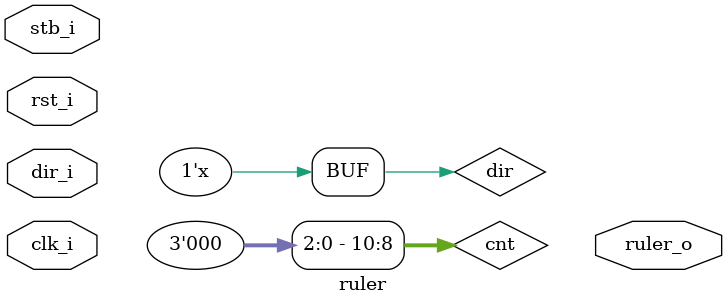
<source format=v>
`define	TRIGGER_CNT	50*1000*1000
`define	DIR_RIGHT	1'b1
`define	DIR_LEFT	1'b0
`define	RCORNER		8'h1
`define	LCORNER		8'h80

module ruler(clk_i, rst_i, stb_i, dir_i, ruler_o);
	parameter		RULER_WIDTH = 8;
	input wire		clk_i;
	input wire		rst_i;
	input wire		stb_i;
	input wire		dir_i;
	output wire [RULER_WIDTH - 1:0]		ruler_o;

wire[RULER_WIDTH - 1:0]	bit_lshift = 1 << cnt;
wire[RULER_WIDTH - 1:0]	bit_rshift = 1 >> cnt;

reg[10:0] cnt_ff;
wire dir = cnf_ff[5];
wire[10:0] cnt = (dir == 1) ? bit_lshift : bit_rshift;

always @(posedge clk_i) begin
	cnt_ff <= cnt;
	$display("cnt_ff = %d\n", cnt_ff);
end

endmodule

</source>
